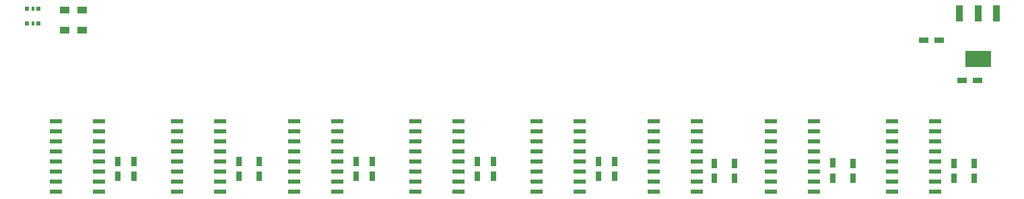
<source format=gtp>
G04 #@! TF.FileFunction,Paste,Top*
%FSLAX46Y46*%
G04 Gerber Fmt 4.6, Leading zero omitted, Abs format (unit mm)*
G04 Created by KiCad (PCBNEW 4.0.1-3.201512221402+6198~38~ubuntu14.04.1-stable) date Fri 12 Feb 2016 10:18:42 AM MST*
%MOMM*%
G01*
G04 APERTURE LIST*
%ADD10C,0.100000*%
%ADD11R,1.500000X0.600000*%
%ADD12R,3.250000X2.150000*%
%ADD13R,0.950000X2.150000*%
%ADD14R,0.600000X0.600000*%
%ADD15R,0.400000X0.600000*%
%ADD16R,0.750000X1.200000*%
%ADD17R,1.200000X0.750000*%
%ADD18R,1.200000X0.900000*%
G04 APERTURE END LIST*
D10*
D11*
X137320000Y-102997000D03*
X137320000Y-101727000D03*
X137320000Y-100457000D03*
X137320000Y-99187000D03*
X137320000Y-97917000D03*
X137320000Y-96647000D03*
X137320000Y-95377000D03*
X137320000Y-94107000D03*
X131920000Y-94107000D03*
X131920000Y-95377000D03*
X131920000Y-96647000D03*
X131920000Y-97917000D03*
X131920000Y-99187000D03*
X131920000Y-100457000D03*
X131920000Y-101727000D03*
X131920000Y-102997000D03*
X152560000Y-102997000D03*
X152560000Y-101727000D03*
X152560000Y-100457000D03*
X152560000Y-99187000D03*
X152560000Y-97917000D03*
X152560000Y-96647000D03*
X152560000Y-95377000D03*
X152560000Y-94107000D03*
X147160000Y-94107000D03*
X147160000Y-95377000D03*
X147160000Y-96647000D03*
X147160000Y-97917000D03*
X147160000Y-99187000D03*
X147160000Y-100457000D03*
X147160000Y-101727000D03*
X147160000Y-102997000D03*
D12*
X217932000Y-86212000D03*
D13*
X220232000Y-80412000D03*
X217932000Y-80412000D03*
X215632000Y-80412000D03*
D11*
X197264000Y-102997000D03*
X197264000Y-101727000D03*
X197264000Y-100457000D03*
X197264000Y-99187000D03*
X197264000Y-97917000D03*
X197264000Y-96647000D03*
X197264000Y-95377000D03*
X197264000Y-94107000D03*
X191864000Y-94107000D03*
X191864000Y-95377000D03*
X191864000Y-96647000D03*
X191864000Y-97917000D03*
X191864000Y-99187000D03*
X191864000Y-100457000D03*
X191864000Y-101727000D03*
X191864000Y-102997000D03*
X182532000Y-102997000D03*
X182532000Y-101727000D03*
X182532000Y-100457000D03*
X182532000Y-99187000D03*
X182532000Y-97917000D03*
X182532000Y-96647000D03*
X182532000Y-95377000D03*
X182532000Y-94107000D03*
X177132000Y-94107000D03*
X177132000Y-95377000D03*
X177132000Y-96647000D03*
X177132000Y-97917000D03*
X177132000Y-99187000D03*
X177132000Y-100457000D03*
X177132000Y-101727000D03*
X177132000Y-102997000D03*
X167800000Y-102997000D03*
X167800000Y-101727000D03*
X167800000Y-100457000D03*
X167800000Y-99187000D03*
X167800000Y-97917000D03*
X167800000Y-96647000D03*
X167800000Y-95377000D03*
X167800000Y-94107000D03*
X162400000Y-94107000D03*
X162400000Y-95377000D03*
X162400000Y-96647000D03*
X162400000Y-97917000D03*
X162400000Y-99187000D03*
X162400000Y-100457000D03*
X162400000Y-101727000D03*
X162400000Y-102997000D03*
X107348000Y-102997000D03*
X107348000Y-101727000D03*
X107348000Y-100457000D03*
X107348000Y-99187000D03*
X107348000Y-97917000D03*
X107348000Y-96647000D03*
X107348000Y-95377000D03*
X107348000Y-94107000D03*
X101948000Y-94107000D03*
X101948000Y-95377000D03*
X101948000Y-96647000D03*
X101948000Y-97917000D03*
X101948000Y-99187000D03*
X101948000Y-100457000D03*
X101948000Y-101727000D03*
X101948000Y-102997000D03*
X122588000Y-102997000D03*
X122588000Y-101727000D03*
X122588000Y-100457000D03*
X122588000Y-99187000D03*
X122588000Y-97917000D03*
X122588000Y-96647000D03*
X122588000Y-95377000D03*
X122588000Y-94107000D03*
X117188000Y-94107000D03*
X117188000Y-95377000D03*
X117188000Y-96647000D03*
X117188000Y-97917000D03*
X117188000Y-99187000D03*
X117188000Y-100457000D03*
X117188000Y-101727000D03*
X117188000Y-102997000D03*
D14*
X99810000Y-79872000D03*
D15*
X99060000Y-79872000D03*
D14*
X98310000Y-79872000D03*
X98310000Y-81672000D03*
D15*
X99060000Y-81672000D03*
D14*
X99810000Y-81672000D03*
D11*
X212504000Y-102997000D03*
X212504000Y-101727000D03*
X212504000Y-100457000D03*
X212504000Y-99187000D03*
X212504000Y-97917000D03*
X212504000Y-96647000D03*
X212504000Y-95377000D03*
X212504000Y-94107000D03*
X207104000Y-94107000D03*
X207104000Y-95377000D03*
X207104000Y-96647000D03*
X207104000Y-97917000D03*
X207104000Y-99187000D03*
X207104000Y-100457000D03*
X207104000Y-101727000D03*
X207104000Y-102997000D03*
D16*
X156972000Y-101026000D03*
X156972000Y-99126000D03*
X172212000Y-101026000D03*
X172212000Y-99126000D03*
X187325000Y-101300000D03*
X187325000Y-99400000D03*
X141732000Y-101026000D03*
X141732000Y-99126000D03*
X127508000Y-101026000D03*
X127508000Y-99126000D03*
X111760000Y-101026000D03*
X111760000Y-99126000D03*
X217424000Y-101280000D03*
X217424000Y-99380000D03*
X202184000Y-101300000D03*
X202184000Y-99400000D03*
X214884000Y-101280000D03*
X214884000Y-99380000D03*
X109728000Y-101026000D03*
X109728000Y-99126000D03*
X199644000Y-101260000D03*
X199644000Y-99360000D03*
X139700000Y-101026000D03*
X139700000Y-99126000D03*
X170180000Y-101026000D03*
X170180000Y-99126000D03*
X184785000Y-101300000D03*
X184785000Y-99400000D03*
X124968000Y-101026000D03*
X124968000Y-99126000D03*
X154940000Y-101026000D03*
X154940000Y-99126000D03*
D17*
X213040000Y-83820000D03*
X211140000Y-83820000D03*
X217866000Y-88900000D03*
X215966000Y-88900000D03*
D18*
X103040000Y-82550000D03*
X105240000Y-82550000D03*
X105240000Y-80010000D03*
X103040000Y-80010000D03*
M02*

</source>
